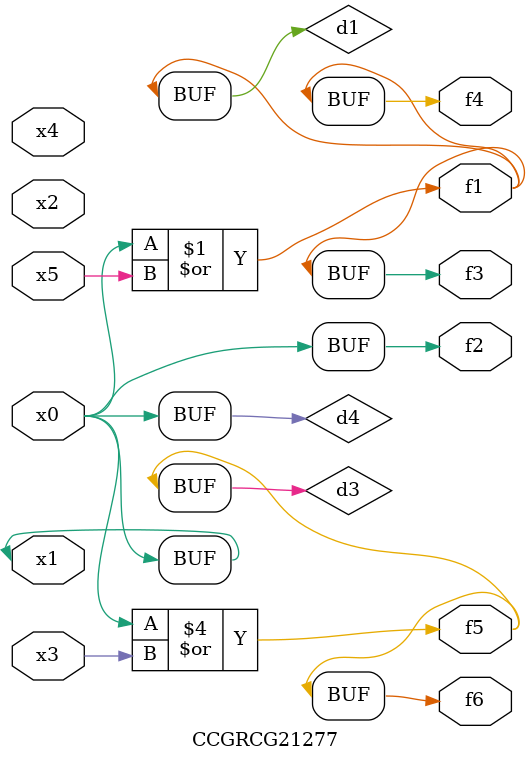
<source format=v>
module CCGRCG21277(
	input x0, x1, x2, x3, x4, x5,
	output f1, f2, f3, f4, f5, f6
);

	wire d1, d2, d3, d4;

	or (d1, x0, x5);
	xnor (d2, x1, x4);
	or (d3, x0, x3);
	buf (d4, x0, x1);
	assign f1 = d1;
	assign f2 = d4;
	assign f3 = d1;
	assign f4 = d1;
	assign f5 = d3;
	assign f6 = d3;
endmodule

</source>
